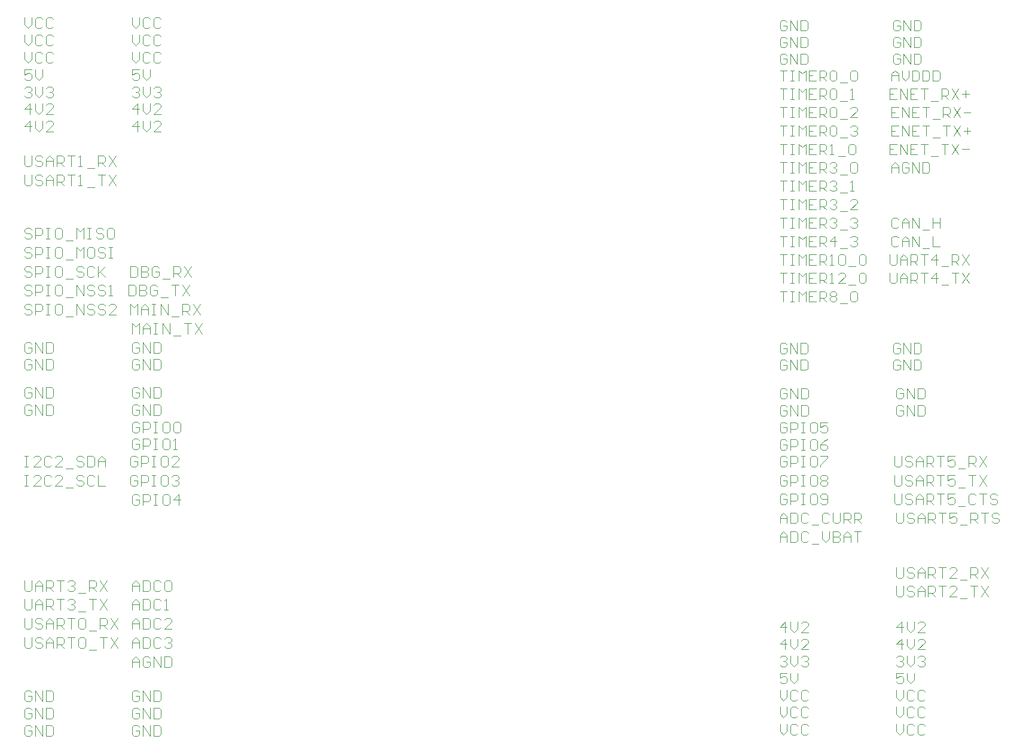
<source format=gto>
G04*
G04 #@! TF.GenerationSoftware,Altium Limited,Altium Designer,24.0.1 (36)*
G04*
G04 Layer_Color=65535*
%FSLAX44Y44*%
%MOMM*%
G71*
G04*
G04 #@! TF.SameCoordinates,0A1429B2-28BD-4406-9712-C9141F762160*
G04*
G04*
G04 #@! TF.FilePolarity,Positive*
G04*
G01*
G75*
D10*
X402540Y1285772D02*
Y1275615D01*
X407618Y1270537D01*
X412697Y1275615D01*
Y1285772D01*
X427932Y1283233D02*
X425393Y1285772D01*
X420314D01*
X417775Y1283233D01*
Y1273076D01*
X420314Y1270537D01*
X425393D01*
X427932Y1273076D01*
X443167Y1283233D02*
X440628Y1285772D01*
X435549D01*
X433010Y1283233D01*
Y1273076D01*
X435549Y1270537D01*
X440628D01*
X443167Y1273076D01*
X554891Y1285772D02*
Y1275615D01*
X559969Y1270537D01*
X565047Y1275615D01*
Y1285772D01*
X580283Y1283233D02*
X577743Y1285772D01*
X572665D01*
X570126Y1283233D01*
Y1273076D01*
X572665Y1270537D01*
X577743D01*
X580283Y1273076D01*
X595518Y1283233D02*
X592978Y1285772D01*
X587900D01*
X585361Y1283233D01*
Y1273076D01*
X587900Y1270537D01*
X592978D01*
X595518Y1273076D01*
X402540Y1261394D02*
Y1251237D01*
X407618Y1246159D01*
X412697Y1251237D01*
Y1261394D01*
X427932Y1258855D02*
X425393Y1261394D01*
X420314D01*
X417775Y1258855D01*
Y1248698D01*
X420314Y1246159D01*
X425393D01*
X427932Y1248698D01*
X443167Y1258855D02*
X440628Y1261394D01*
X435549D01*
X433010Y1258855D01*
Y1248698D01*
X435549Y1246159D01*
X440628D01*
X443167Y1248698D01*
X554891Y1261394D02*
Y1251237D01*
X559969Y1246159D01*
X565047Y1251237D01*
Y1261394D01*
X580283Y1258855D02*
X577743Y1261394D01*
X572665D01*
X570126Y1258855D01*
Y1248698D01*
X572665Y1246159D01*
X577743D01*
X580283Y1248698D01*
X595518Y1258855D02*
X592978Y1261394D01*
X587900D01*
X585361Y1258855D01*
Y1248698D01*
X587900Y1246159D01*
X592978D01*
X595518Y1248698D01*
X402540Y1237016D02*
Y1226859D01*
X407618Y1221781D01*
X412697Y1226859D01*
Y1237016D01*
X427932Y1234477D02*
X425393Y1237016D01*
X420314D01*
X417775Y1234477D01*
Y1224320D01*
X420314Y1221781D01*
X425393D01*
X427932Y1224320D01*
X443167Y1234477D02*
X440628Y1237016D01*
X435549D01*
X433010Y1234477D01*
Y1224320D01*
X435549Y1221781D01*
X440628D01*
X443167Y1224320D01*
X554891Y1237016D02*
Y1226859D01*
X559969Y1221781D01*
X565047Y1226859D01*
Y1237016D01*
X580283Y1234477D02*
X577743Y1237016D01*
X572665D01*
X570126Y1234477D01*
Y1224320D01*
X572665Y1221781D01*
X577743D01*
X580283Y1224320D01*
X595518Y1234477D02*
X592978Y1237016D01*
X587900D01*
X585361Y1234477D01*
Y1224320D01*
X587900Y1221781D01*
X592978D01*
X595518Y1224320D01*
X412697Y1212638D02*
X402540D01*
Y1205020D01*
X407618Y1207560D01*
X410158D01*
X412697Y1205020D01*
Y1199942D01*
X410158Y1197403D01*
X405079D01*
X402540Y1199942D01*
X417775Y1212638D02*
Y1202481D01*
X422853Y1197403D01*
X427932Y1202481D01*
Y1212638D01*
X565047D02*
X554891D01*
Y1205020D01*
X559969Y1207560D01*
X562508D01*
X565047Y1205020D01*
Y1199942D01*
X562508Y1197403D01*
X557430D01*
X554891Y1199942D01*
X570126Y1212638D02*
Y1202481D01*
X575204Y1197403D01*
X580283Y1202481D01*
Y1212638D01*
X402540Y1185721D02*
X405079Y1188260D01*
X410158D01*
X412697Y1185721D01*
Y1183182D01*
X410158Y1180642D01*
X407618D01*
X410158D01*
X412697Y1178103D01*
Y1175564D01*
X410158Y1173025D01*
X405079D01*
X402540Y1175564D01*
X417775Y1188260D02*
Y1178103D01*
X422853Y1173025D01*
X427932Y1178103D01*
Y1188260D01*
X433010Y1185721D02*
X435549Y1188260D01*
X440628D01*
X443167Y1185721D01*
Y1183182D01*
X440628Y1180642D01*
X438088D01*
X440628D01*
X443167Y1178103D01*
Y1175564D01*
X440628Y1173025D01*
X435549D01*
X433010Y1175564D01*
X554891Y1185721D02*
X557430Y1188260D01*
X562508D01*
X565047Y1185721D01*
Y1183182D01*
X562508Y1180642D01*
X559969D01*
X562508D01*
X565047Y1178103D01*
Y1175564D01*
X562508Y1173025D01*
X557430D01*
X554891Y1175564D01*
X570126Y1188260D02*
Y1178103D01*
X575204Y1173025D01*
X580283Y1178103D01*
Y1188260D01*
X585361Y1185721D02*
X587900Y1188260D01*
X592978D01*
X595518Y1185721D01*
Y1183182D01*
X592978Y1180642D01*
X590439D01*
X592978D01*
X595518Y1178103D01*
Y1175564D01*
X592978Y1173025D01*
X587900D01*
X585361Y1175564D01*
X410158Y1148647D02*
Y1163882D01*
X402540Y1156264D01*
X412697D01*
X417775Y1163882D02*
Y1153725D01*
X422853Y1148647D01*
X427932Y1153725D01*
Y1163882D01*
X443167Y1148647D02*
X433010D01*
X443167Y1158803D01*
Y1161342D01*
X440628Y1163882D01*
X435549D01*
X433010Y1161342D01*
X562508Y1148647D02*
Y1163882D01*
X554891Y1156264D01*
X565047D01*
X570126Y1163882D02*
Y1153725D01*
X575204Y1148647D01*
X580283Y1153725D01*
Y1163882D01*
X595518Y1148647D02*
X585361D01*
X595518Y1158803D01*
Y1161342D01*
X592978Y1163882D01*
X587900D01*
X585361Y1161342D01*
X410158Y1124269D02*
Y1139504D01*
X402540Y1131886D01*
X412697D01*
X417775Y1139504D02*
Y1129347D01*
X422853Y1124269D01*
X427932Y1129347D01*
Y1139504D01*
X443167Y1124269D02*
X433010D01*
X443167Y1134425D01*
Y1136964D01*
X440628Y1139504D01*
X435549D01*
X433010Y1136964D01*
X562508Y1124269D02*
Y1139504D01*
X554891Y1131886D01*
X565047D01*
X570126Y1139504D02*
Y1129347D01*
X575204Y1124269D01*
X580283Y1129347D01*
Y1139504D01*
X595518Y1124269D02*
X585361D01*
X595518Y1134425D01*
Y1136964D01*
X592978Y1139504D01*
X587900D01*
X585361Y1136964D01*
X402540Y1090748D02*
Y1078052D01*
X405079Y1075512D01*
X410158D01*
X412697Y1078052D01*
Y1090748D01*
X427932Y1088208D02*
X425393Y1090748D01*
X420314D01*
X417775Y1088208D01*
Y1085669D01*
X420314Y1083130D01*
X425393D01*
X427932Y1080591D01*
Y1078052D01*
X425393Y1075512D01*
X420314D01*
X417775Y1078052D01*
X433010Y1075512D02*
Y1085669D01*
X438088Y1090748D01*
X443167Y1085669D01*
Y1075512D01*
Y1083130D01*
X433010D01*
X448245Y1075512D02*
Y1090748D01*
X455863D01*
X458402Y1088208D01*
Y1083130D01*
X455863Y1080591D01*
X448245D01*
X453324D02*
X458402Y1075512D01*
X463480Y1090748D02*
X473637D01*
X468559D01*
Y1075512D01*
X478715D02*
X483794D01*
X481255D01*
Y1090748D01*
X478715Y1088208D01*
X491411Y1072973D02*
X501568D01*
X506646Y1075512D02*
Y1090748D01*
X514264D01*
X516803Y1088208D01*
Y1083130D01*
X514264Y1080591D01*
X506646D01*
X511725D02*
X516803Y1075512D01*
X521881Y1090748D02*
X532038Y1075512D01*
Y1090748D02*
X521881Y1075512D01*
X402540Y1063830D02*
Y1051134D01*
X405079Y1048595D01*
X410158D01*
X412697Y1051134D01*
Y1063830D01*
X427932Y1061291D02*
X425393Y1063830D01*
X420314D01*
X417775Y1061291D01*
Y1058752D01*
X420314Y1056213D01*
X425393D01*
X427932Y1053673D01*
Y1051134D01*
X425393Y1048595D01*
X420314D01*
X417775Y1051134D01*
X433010Y1048595D02*
Y1058752D01*
X438088Y1063830D01*
X443167Y1058752D01*
Y1048595D01*
Y1056213D01*
X433010D01*
X448245Y1048595D02*
Y1063830D01*
X455863D01*
X458402Y1061291D01*
Y1056213D01*
X455863Y1053673D01*
X448245D01*
X453324D02*
X458402Y1048595D01*
X463480Y1063830D02*
X473637D01*
X468559D01*
Y1048595D01*
X478715D02*
X483794D01*
X481255D01*
Y1063830D01*
X478715Y1061291D01*
X491411Y1046056D02*
X501568D01*
X506646Y1063830D02*
X516803D01*
X511725D01*
Y1048595D01*
X521881Y1063830D02*
X532038Y1048595D01*
Y1063830D02*
X521881Y1048595D01*
X412697Y985618D02*
X410158Y988157D01*
X405079D01*
X402540Y985618D01*
Y983078D01*
X405079Y980539D01*
X410158D01*
X412697Y978000D01*
Y975461D01*
X410158Y972922D01*
X405079D01*
X402540Y975461D01*
X417775Y972922D02*
Y988157D01*
X425393D01*
X427932Y985618D01*
Y980539D01*
X425393Y978000D01*
X417775D01*
X433010Y988157D02*
X438088D01*
X435549D01*
Y972922D01*
X433010D01*
X438088D01*
X445706Y985618D02*
X448245Y988157D01*
X453324D01*
X455863Y985618D01*
Y975461D01*
X453324Y972922D01*
X448245D01*
X445706Y975461D01*
Y985618D01*
X460941Y970383D02*
X471098D01*
X476176Y972922D02*
Y988157D01*
X481255Y983078D01*
X486333Y988157D01*
Y972922D01*
X491411Y988157D02*
X496490D01*
X493950D01*
Y972922D01*
X491411D01*
X496490D01*
X514264Y985618D02*
X511725Y988157D01*
X506646D01*
X504107Y985618D01*
Y983078D01*
X506646Y980539D01*
X511725D01*
X514264Y978000D01*
Y975461D01*
X511725Y972922D01*
X506646D01*
X504107Y975461D01*
X526960Y988157D02*
X521881D01*
X519342Y985618D01*
Y975461D01*
X521881Y972922D01*
X526960D01*
X529499Y975461D01*
Y985618D01*
X526960Y988157D01*
X412697Y958700D02*
X410158Y961239D01*
X405079D01*
X402540Y958700D01*
Y956161D01*
X405079Y953622D01*
X410158D01*
X412697Y951083D01*
Y948544D01*
X410158Y946004D01*
X405079D01*
X402540Y948544D01*
X417775Y946004D02*
Y961239D01*
X425393D01*
X427932Y958700D01*
Y953622D01*
X425393Y951083D01*
X417775D01*
X433010Y961239D02*
X438088D01*
X435549D01*
Y946004D01*
X433010D01*
X438088D01*
X445706Y958700D02*
X448245Y961239D01*
X453324D01*
X455863Y958700D01*
Y948544D01*
X453324Y946004D01*
X448245D01*
X445706Y948544D01*
Y958700D01*
X460941Y943465D02*
X471098D01*
X476176Y946004D02*
Y961239D01*
X481255Y956161D01*
X486333Y961239D01*
Y946004D01*
X499029Y961239D02*
X493950D01*
X491411Y958700D01*
Y948544D01*
X493950Y946004D01*
X499029D01*
X501568Y948544D01*
Y958700D01*
X499029Y961239D01*
X516803Y958700D02*
X514264Y961239D01*
X509185D01*
X506646Y958700D01*
Y956161D01*
X509185Y953622D01*
X514264D01*
X516803Y951083D01*
Y948544D01*
X514264Y946004D01*
X509185D01*
X506646Y948544D01*
X521881Y961239D02*
X526960D01*
X524421D01*
Y946004D01*
X521881D01*
X526960D01*
X412697Y931783D02*
X410158Y934322D01*
X405079D01*
X402540Y931783D01*
Y929244D01*
X405079Y926705D01*
X410158D01*
X412697Y924165D01*
Y921626D01*
X410158Y919087D01*
X405079D01*
X402540Y921626D01*
X417775Y919087D02*
Y934322D01*
X425393D01*
X427932Y931783D01*
Y926705D01*
X425393Y924165D01*
X417775D01*
X433010Y934322D02*
X438088D01*
X435549D01*
Y919087D01*
X433010D01*
X438088D01*
X445706Y931783D02*
X448245Y934322D01*
X453324D01*
X455863Y931783D01*
Y921626D01*
X453324Y919087D01*
X448245D01*
X445706Y921626D01*
Y931783D01*
X460941Y916548D02*
X471098D01*
X486333Y931783D02*
X483794Y934322D01*
X478715D01*
X476176Y931783D01*
Y929244D01*
X478715Y926705D01*
X483794D01*
X486333Y924165D01*
Y921626D01*
X483794Y919087D01*
X478715D01*
X476176Y921626D01*
X501568Y931783D02*
X499029Y934322D01*
X493950D01*
X491411Y931783D01*
Y921626D01*
X493950Y919087D01*
X499029D01*
X501568Y921626D01*
X506646Y934322D02*
Y919087D01*
Y924165D01*
X516803Y934322D01*
X509185Y926705D01*
X516803Y919087D01*
X552351Y934322D02*
Y919087D01*
X559969D01*
X562508Y921626D01*
Y931783D01*
X559969Y934322D01*
X552351D01*
X567587D02*
Y919087D01*
X575204D01*
X577743Y921626D01*
Y924165D01*
X575204Y926705D01*
X567587D01*
X575204D01*
X577743Y929244D01*
Y931783D01*
X575204Y934322D01*
X567587D01*
X592978Y931783D02*
X590439Y934322D01*
X585361D01*
X582822Y931783D01*
Y921626D01*
X585361Y919087D01*
X590439D01*
X592978Y921626D01*
Y926705D01*
X587900D01*
X598057Y916548D02*
X608214D01*
X613292Y919087D02*
Y934322D01*
X620909D01*
X623448Y931783D01*
Y926705D01*
X620909Y924165D01*
X613292D01*
X618370D02*
X623448Y919087D01*
X628527Y934322D02*
X638684Y919087D01*
Y934322D02*
X628527Y919087D01*
X412697Y904866D02*
X410158Y907405D01*
X405079D01*
X402540Y904866D01*
Y902327D01*
X405079Y899787D01*
X410158D01*
X412697Y897248D01*
Y894709D01*
X410158Y892170D01*
X405079D01*
X402540Y894709D01*
X417775Y892170D02*
Y907405D01*
X425393D01*
X427932Y904866D01*
Y899787D01*
X425393Y897248D01*
X417775D01*
X433010Y907405D02*
X438088D01*
X435549D01*
Y892170D01*
X433010D01*
X438088D01*
X445706Y904866D02*
X448245Y907405D01*
X453324D01*
X455863Y904866D01*
Y894709D01*
X453324Y892170D01*
X448245D01*
X445706Y894709D01*
Y904866D01*
X460941Y889631D02*
X471098D01*
X476176Y892170D02*
Y907405D01*
X486333Y892170D01*
Y907405D01*
X501568Y904866D02*
X499029Y907405D01*
X493950D01*
X491411Y904866D01*
Y902327D01*
X493950Y899787D01*
X499029D01*
X501568Y897248D01*
Y894709D01*
X499029Y892170D01*
X493950D01*
X491411Y894709D01*
X516803Y904866D02*
X514264Y907405D01*
X509185D01*
X506646Y904866D01*
Y902327D01*
X509185Y899787D01*
X514264D01*
X516803Y897248D01*
Y894709D01*
X514264Y892170D01*
X509185D01*
X506646Y894709D01*
X521881Y892170D02*
X526960D01*
X524421D01*
Y907405D01*
X521881Y904866D01*
X549812Y907405D02*
Y892170D01*
X557430D01*
X559969Y894709D01*
Y904866D01*
X557430Y907405D01*
X549812D01*
X565047D02*
Y892170D01*
X572665D01*
X575204Y894709D01*
Y897248D01*
X572665Y899787D01*
X565047D01*
X572665D01*
X575204Y902327D01*
Y904866D01*
X572665Y907405D01*
X565047D01*
X590439Y904866D02*
X587900Y907405D01*
X582822D01*
X580283Y904866D01*
Y894709D01*
X582822Y892170D01*
X587900D01*
X590439Y894709D01*
Y899787D01*
X585361D01*
X595518Y889631D02*
X605674D01*
X610753Y907405D02*
X620909D01*
X615831D01*
Y892170D01*
X625988Y907405D02*
X636144Y892170D01*
Y907405D02*
X625988Y892170D01*
X412697Y877949D02*
X410158Y880488D01*
X405079D01*
X402540Y877949D01*
Y875409D01*
X405079Y872870D01*
X410158D01*
X412697Y870331D01*
Y867792D01*
X410158Y865253D01*
X405079D01*
X402540Y867792D01*
X417775Y865253D02*
Y880488D01*
X425393D01*
X427932Y877949D01*
Y872870D01*
X425393Y870331D01*
X417775D01*
X433010Y880488D02*
X438088D01*
X435549D01*
Y865253D01*
X433010D01*
X438088D01*
X445706Y877949D02*
X448245Y880488D01*
X453324D01*
X455863Y877949D01*
Y867792D01*
X453324Y865253D01*
X448245D01*
X445706Y867792D01*
Y877949D01*
X460941Y862713D02*
X471098D01*
X476176Y865253D02*
Y880488D01*
X486333Y865253D01*
Y880488D01*
X501568Y877949D02*
X499029Y880488D01*
X493950D01*
X491411Y877949D01*
Y875409D01*
X493950Y872870D01*
X499029D01*
X501568Y870331D01*
Y867792D01*
X499029Y865253D01*
X493950D01*
X491411Y867792D01*
X516803Y877949D02*
X514264Y880488D01*
X509185D01*
X506646Y877949D01*
Y875409D01*
X509185Y872870D01*
X514264D01*
X516803Y870331D01*
Y867792D01*
X514264Y865253D01*
X509185D01*
X506646Y867792D01*
X532038Y865253D02*
X521881D01*
X532038Y875409D01*
Y877949D01*
X529499Y880488D01*
X524421D01*
X521881Y877949D01*
X552351Y865253D02*
Y880488D01*
X557430Y875409D01*
X562508Y880488D01*
Y865253D01*
X567587D02*
Y875409D01*
X572665Y880488D01*
X577743Y875409D01*
Y865253D01*
Y872870D01*
X567587D01*
X582822Y880488D02*
X587900D01*
X585361D01*
Y865253D01*
X582822D01*
X587900D01*
X595518D02*
Y880488D01*
X605674Y865253D01*
Y880488D01*
X610753Y862713D02*
X620909D01*
X625988Y865253D02*
Y880488D01*
X633605D01*
X636144Y877949D01*
Y872870D01*
X633605Y870331D01*
X625988D01*
X631066D02*
X636144Y865253D01*
X641223Y880488D02*
X651379Y865253D01*
Y880488D02*
X641223Y865253D01*
X554891Y838335D02*
Y853570D01*
X559969Y848492D01*
X565047Y853570D01*
Y838335D01*
X570126D02*
Y848492D01*
X575204Y853570D01*
X580283Y848492D01*
Y838335D01*
Y845953D01*
X570126D01*
X585361Y853570D02*
X590439D01*
X587900D01*
Y838335D01*
X585361D01*
X590439D01*
X598057D02*
Y853570D01*
X608214Y838335D01*
Y853570D01*
X613292Y835796D02*
X623448D01*
X628527Y853570D02*
X638684D01*
X633605D01*
Y838335D01*
X643762Y853570D02*
X653919Y838335D01*
Y853570D02*
X643762Y838335D01*
X412697Y824114D02*
X410158Y826653D01*
X405079D01*
X402540Y824114D01*
Y813957D01*
X405079Y811418D01*
X410158D01*
X412697Y813957D01*
Y819036D01*
X407618D01*
X417775Y811418D02*
Y826653D01*
X427932Y811418D01*
Y826653D01*
X433010D02*
Y811418D01*
X440628D01*
X443167Y813957D01*
Y824114D01*
X440628Y826653D01*
X433010D01*
X565047Y824114D02*
X562508Y826653D01*
X557430D01*
X554891Y824114D01*
Y813957D01*
X557430Y811418D01*
X562508D01*
X565047Y813957D01*
Y819036D01*
X559969D01*
X570126Y811418D02*
Y826653D01*
X580283Y811418D01*
Y826653D01*
X585361D02*
Y811418D01*
X592978D01*
X595518Y813957D01*
Y824114D01*
X592978Y826653D01*
X585361D01*
X412697Y799736D02*
X410158Y802275D01*
X405079D01*
X402540Y799736D01*
Y789579D01*
X405079Y787040D01*
X410158D01*
X412697Y789579D01*
Y794658D01*
X407618D01*
X417775Y787040D02*
Y802275D01*
X427932Y787040D01*
Y802275D01*
X433010D02*
Y787040D01*
X440628D01*
X443167Y789579D01*
Y799736D01*
X440628Y802275D01*
X433010D01*
X565047Y799736D02*
X562508Y802275D01*
X557430D01*
X554891Y799736D01*
Y789579D01*
X557430Y787040D01*
X562508D01*
X565047Y789579D01*
Y794658D01*
X559969D01*
X570126Y787040D02*
Y802275D01*
X580283Y787040D01*
Y802275D01*
X585361D02*
Y787040D01*
X592978D01*
X595518Y789579D01*
Y799736D01*
X592978Y802275D01*
X585361D01*
X1482537Y758994D02*
X1480038Y761493D01*
X1475039D01*
X1472540Y758994D01*
Y748997D01*
X1475039Y746498D01*
X1480038D01*
X1482537Y748997D01*
Y753995D01*
X1477538D01*
X1487535Y746498D02*
Y761493D01*
X1497532Y746498D01*
Y761493D01*
X1502530D02*
Y746498D01*
X1510028D01*
X1512527Y748997D01*
Y758994D01*
X1510028Y761493D01*
X1502530D01*
X1647483Y758994D02*
X1644984Y761493D01*
X1639986D01*
X1637487Y758994D01*
Y748997D01*
X1639986Y746498D01*
X1644984D01*
X1647483Y748997D01*
Y753995D01*
X1642485D01*
X1652482Y746498D02*
Y761493D01*
X1662478Y746498D01*
Y761493D01*
X1667477D02*
Y746498D01*
X1674975D01*
X1677474Y748997D01*
Y758994D01*
X1674975Y761493D01*
X1667477D01*
X1482537Y734903D02*
X1480038Y737402D01*
X1475039D01*
X1472540Y734903D01*
Y724907D01*
X1475039Y722407D01*
X1480038D01*
X1482537Y724907D01*
Y729905D01*
X1477538D01*
X1487535Y722407D02*
Y737402D01*
X1497532Y722407D01*
Y737402D01*
X1502530D02*
Y722407D01*
X1510028D01*
X1512527Y724907D01*
Y734903D01*
X1510028Y737402D01*
X1502530D01*
X1647483Y734903D02*
X1644984Y737402D01*
X1639986D01*
X1637487Y734903D01*
Y724907D01*
X1639986Y722407D01*
X1644984D01*
X1647483Y724907D01*
Y729905D01*
X1642485D01*
X1652482Y722407D02*
Y737402D01*
X1662478Y722407D01*
Y737402D01*
X1667477D02*
Y722407D01*
X1674975D01*
X1677474Y724907D01*
Y734903D01*
X1674975Y737402D01*
X1667477D01*
X1482537Y710813D02*
X1480038Y713312D01*
X1475039D01*
X1472540Y710813D01*
Y700816D01*
X1475039Y698317D01*
X1480038D01*
X1482537Y700816D01*
Y705815D01*
X1477538D01*
X1487535Y698317D02*
Y713312D01*
X1495033D01*
X1497532Y710813D01*
Y705815D01*
X1495033Y703316D01*
X1487535D01*
X1502530Y713312D02*
X1507529D01*
X1505029D01*
Y698317D01*
X1502530D01*
X1507529D01*
X1522524Y713312D02*
X1517525D01*
X1515026Y710813D01*
Y700816D01*
X1517525Y698317D01*
X1522524D01*
X1525023Y700816D01*
Y710813D01*
X1522524Y713312D01*
X1540018D02*
X1530021D01*
Y705815D01*
X1535020Y708314D01*
X1537519D01*
X1540018Y705815D01*
Y700816D01*
X1537519Y698317D01*
X1532521D01*
X1530021Y700816D01*
X1482537Y686723D02*
X1480038Y689222D01*
X1475039D01*
X1472540Y686723D01*
Y676726D01*
X1475039Y674227D01*
X1480038D01*
X1482537Y676726D01*
Y681725D01*
X1477538D01*
X1487535Y674227D02*
Y689222D01*
X1495033D01*
X1497532Y686723D01*
Y681725D01*
X1495033Y679225D01*
X1487535D01*
X1502530Y689222D02*
X1507529D01*
X1505029D01*
Y674227D01*
X1502530D01*
X1507529D01*
X1522524Y689222D02*
X1517525D01*
X1515026Y686723D01*
Y676726D01*
X1517525Y674227D01*
X1522524D01*
X1525023Y676726D01*
Y686723D01*
X1522524Y689222D01*
X1540018D02*
X1535020Y686723D01*
X1530021Y681725D01*
Y676726D01*
X1532521Y674227D01*
X1537519D01*
X1540018Y676726D01*
Y679225D01*
X1537519Y681725D01*
X1530021D01*
X1482537Y662633D02*
X1480038Y665132D01*
X1475039D01*
X1472540Y662633D01*
Y652636D01*
X1475039Y650137D01*
X1480038D01*
X1482537Y652636D01*
Y657634D01*
X1477538D01*
X1487535Y650137D02*
Y665132D01*
X1495033D01*
X1497532Y662633D01*
Y657634D01*
X1495033Y655135D01*
X1487535D01*
X1502530Y665132D02*
X1507529D01*
X1505029D01*
Y650137D01*
X1502530D01*
X1507529D01*
X1522524Y665132D02*
X1517525D01*
X1515026Y662633D01*
Y652636D01*
X1517525Y650137D01*
X1522524D01*
X1525023Y652636D01*
Y662633D01*
X1522524Y665132D01*
X1530021D02*
X1540018D01*
Y662633D01*
X1530021Y652636D01*
Y650137D01*
X1634987Y665132D02*
Y652636D01*
X1637487Y650137D01*
X1642485D01*
X1644984Y652636D01*
Y665132D01*
X1659979Y662633D02*
X1657480Y665132D01*
X1652482D01*
X1649983Y662633D01*
Y660134D01*
X1652482Y657634D01*
X1657480D01*
X1659979Y655135D01*
Y652636D01*
X1657480Y650137D01*
X1652482D01*
X1649983Y652636D01*
X1664978Y650137D02*
Y660134D01*
X1669976Y665132D01*
X1674975Y660134D01*
Y650137D01*
Y657634D01*
X1664978D01*
X1679973Y650137D02*
Y665132D01*
X1687470D01*
X1689970Y662633D01*
Y657634D01*
X1687470Y655135D01*
X1679973D01*
X1684971D02*
X1689970Y650137D01*
X1694968Y665132D02*
X1704965D01*
X1699966D01*
Y650137D01*
X1719960Y665132D02*
X1709963D01*
Y657634D01*
X1714962Y660134D01*
X1717461D01*
X1719960Y657634D01*
Y652636D01*
X1717461Y650137D01*
X1712462D01*
X1709963Y652636D01*
X1724958Y647638D02*
X1734955D01*
X1739953Y650137D02*
Y665132D01*
X1747451D01*
X1749950Y662633D01*
Y657634D01*
X1747451Y655135D01*
X1739953D01*
X1744952D02*
X1749950Y650137D01*
X1754949Y665132D02*
X1764945Y650137D01*
Y665132D02*
X1754949Y650137D01*
X1482537Y636044D02*
X1480038Y638543D01*
X1475039D01*
X1472540Y636044D01*
Y626047D01*
X1475039Y623548D01*
X1480038D01*
X1482537Y626047D01*
Y631045D01*
X1477538D01*
X1487535Y623548D02*
Y638543D01*
X1495033D01*
X1497532Y636044D01*
Y631045D01*
X1495033Y628546D01*
X1487535D01*
X1502530Y638543D02*
X1507529D01*
X1505029D01*
Y623548D01*
X1502530D01*
X1507529D01*
X1522524Y638543D02*
X1517525D01*
X1515026Y636044D01*
Y626047D01*
X1517525Y623548D01*
X1522524D01*
X1525023Y626047D01*
Y636044D01*
X1522524Y638543D01*
X1530021Y636044D02*
X1532521Y638543D01*
X1537519D01*
X1540018Y636044D01*
Y633544D01*
X1537519Y631045D01*
X1540018Y628546D01*
Y626047D01*
X1537519Y623548D01*
X1532521D01*
X1530021Y626047D01*
Y628546D01*
X1532521Y631045D01*
X1530021Y633544D01*
Y636044D01*
X1532521Y631045D02*
X1537519D01*
X1634987Y638543D02*
Y626047D01*
X1637487Y623548D01*
X1642485D01*
X1644984Y626047D01*
Y638543D01*
X1659979Y636044D02*
X1657480Y638543D01*
X1652482D01*
X1649983Y636044D01*
Y633544D01*
X1652482Y631045D01*
X1657480D01*
X1659979Y628546D01*
Y626047D01*
X1657480Y623548D01*
X1652482D01*
X1649983Y626047D01*
X1664978Y623548D02*
Y633544D01*
X1669976Y638543D01*
X1674975Y633544D01*
Y623548D01*
Y631045D01*
X1664978D01*
X1679973Y623548D02*
Y638543D01*
X1687470D01*
X1689970Y636044D01*
Y631045D01*
X1687470Y628546D01*
X1679973D01*
X1684971D02*
X1689970Y623548D01*
X1694968Y638543D02*
X1704965D01*
X1699966D01*
Y623548D01*
X1719960Y638543D02*
X1709963D01*
Y631045D01*
X1714962Y633544D01*
X1717461D01*
X1719960Y631045D01*
Y626047D01*
X1717461Y623548D01*
X1712462D01*
X1709963Y626047D01*
X1724958Y621048D02*
X1734955D01*
X1739953Y638543D02*
X1749950D01*
X1744952D01*
Y623548D01*
X1754949Y638543D02*
X1764945Y623548D01*
Y638543D02*
X1754949Y623548D01*
X1482537Y609454D02*
X1480038Y611953D01*
X1475039D01*
X1472540Y609454D01*
Y599457D01*
X1475039Y596958D01*
X1480038D01*
X1482537Y599457D01*
Y604456D01*
X1477538D01*
X1487535Y596958D02*
Y611953D01*
X1495033D01*
X1497532Y609454D01*
Y604456D01*
X1495033Y601957D01*
X1487535D01*
X1502530Y611953D02*
X1507529D01*
X1505029D01*
Y596958D01*
X1502530D01*
X1507529D01*
X1522524Y611953D02*
X1517525D01*
X1515026Y609454D01*
Y599457D01*
X1517525Y596958D01*
X1522524D01*
X1525023Y599457D01*
Y609454D01*
X1522524Y611953D01*
X1530021Y599457D02*
X1532521Y596958D01*
X1537519D01*
X1540018Y599457D01*
Y609454D01*
X1537519Y611953D01*
X1532521D01*
X1530021Y609454D01*
Y606955D01*
X1532521Y604456D01*
X1540018D01*
X1634987Y611953D02*
Y599457D01*
X1637487Y596958D01*
X1642485D01*
X1644984Y599457D01*
Y611953D01*
X1659979Y609454D02*
X1657480Y611953D01*
X1652482D01*
X1649983Y609454D01*
Y606955D01*
X1652482Y604456D01*
X1657480D01*
X1659979Y601957D01*
Y599457D01*
X1657480Y596958D01*
X1652482D01*
X1649983Y599457D01*
X1664978Y596958D02*
Y606955D01*
X1669976Y611953D01*
X1674975Y606955D01*
Y596958D01*
Y604456D01*
X1664978D01*
X1679973Y596958D02*
Y611953D01*
X1687470D01*
X1689970Y609454D01*
Y604456D01*
X1687470Y601957D01*
X1679973D01*
X1684971D02*
X1689970Y596958D01*
X1694968Y611953D02*
X1704965D01*
X1699966D01*
Y596958D01*
X1719960Y611953D02*
X1709963D01*
Y604456D01*
X1714962Y606955D01*
X1717461D01*
X1719960Y604456D01*
Y599457D01*
X1717461Y596958D01*
X1712462D01*
X1709963Y599457D01*
X1724958Y594459D02*
X1734955D01*
X1749950Y609454D02*
X1747451Y611953D01*
X1742453D01*
X1739953Y609454D01*
Y599457D01*
X1742453Y596958D01*
X1747451D01*
X1749950Y599457D01*
X1754949Y611953D02*
X1764945D01*
X1759947D01*
Y596958D01*
X1779940Y609454D02*
X1777441Y611953D01*
X1772443D01*
X1769944Y609454D01*
Y606955D01*
X1772443Y604456D01*
X1777441D01*
X1779940Y601957D01*
Y599457D01*
X1777441Y596958D01*
X1772443D01*
X1769944Y599457D01*
X1472540Y570369D02*
Y580366D01*
X1477538Y585364D01*
X1482537Y580366D01*
Y570369D01*
Y577866D01*
X1472540D01*
X1487535Y585364D02*
Y570369D01*
X1495033D01*
X1497532Y572868D01*
Y582865D01*
X1495033Y585364D01*
X1487535D01*
X1512527Y582865D02*
X1510028Y585364D01*
X1505029D01*
X1502530Y582865D01*
Y572868D01*
X1505029Y570369D01*
X1510028D01*
X1512527Y572868D01*
X1517525Y567870D02*
X1527522D01*
X1542517Y582865D02*
X1540018Y585364D01*
X1535020D01*
X1532521Y582865D01*
Y572868D01*
X1535020Y570369D01*
X1540018D01*
X1542517Y572868D01*
X1547516Y585364D02*
Y572868D01*
X1550015Y570369D01*
X1555013D01*
X1557513Y572868D01*
Y585364D01*
X1562511Y570369D02*
Y585364D01*
X1570008D01*
X1572508Y582865D01*
Y577866D01*
X1570008Y575367D01*
X1562511D01*
X1567509D02*
X1572508Y570369D01*
X1577506D02*
Y585364D01*
X1585004D01*
X1587503Y582865D01*
Y577866D01*
X1585004Y575367D01*
X1577506D01*
X1582504D02*
X1587503Y570369D01*
X1637487Y585364D02*
Y572868D01*
X1639986Y570369D01*
X1644984D01*
X1647483Y572868D01*
Y585364D01*
X1662478Y582865D02*
X1659979Y585364D01*
X1654981D01*
X1652482Y582865D01*
Y580366D01*
X1654981Y577866D01*
X1659979D01*
X1662478Y575367D01*
Y572868D01*
X1659979Y570369D01*
X1654981D01*
X1652482Y572868D01*
X1667477Y570369D02*
Y580366D01*
X1672475Y585364D01*
X1677474Y580366D01*
Y570369D01*
Y577866D01*
X1667477D01*
X1682472Y570369D02*
Y585364D01*
X1689970D01*
X1692469Y582865D01*
Y577866D01*
X1689970Y575367D01*
X1682472D01*
X1687470D02*
X1692469Y570369D01*
X1697467Y585364D02*
X1707464D01*
X1702466D01*
Y570369D01*
X1722459Y585364D02*
X1712462D01*
Y577866D01*
X1717461Y580366D01*
X1719960D01*
X1722459Y577866D01*
Y572868D01*
X1719960Y570369D01*
X1714962D01*
X1712462Y572868D01*
X1727457Y567870D02*
X1737454D01*
X1742453Y570369D02*
Y585364D01*
X1749950D01*
X1752449Y582865D01*
Y577866D01*
X1749950Y575367D01*
X1742453D01*
X1747451D02*
X1752449Y570369D01*
X1757448Y585364D02*
X1767444D01*
X1762446D01*
Y570369D01*
X1782440Y582865D02*
X1779940Y585364D01*
X1774942D01*
X1772443Y582865D01*
Y580366D01*
X1774942Y577866D01*
X1779940D01*
X1782440Y575367D01*
Y572868D01*
X1779940Y570369D01*
X1774942D01*
X1772443Y572868D01*
X1472540Y543779D02*
Y553776D01*
X1477538Y558775D01*
X1482537Y553776D01*
Y543779D01*
Y551277D01*
X1472540D01*
X1487535Y558775D02*
Y543779D01*
X1495033D01*
X1497532Y546279D01*
Y556275D01*
X1495033Y558775D01*
X1487535D01*
X1512527Y556275D02*
X1510028Y558775D01*
X1505029D01*
X1502530Y556275D01*
Y546279D01*
X1505029Y543779D01*
X1510028D01*
X1512527Y546279D01*
X1517525Y541280D02*
X1527522D01*
X1532521Y558775D02*
Y548778D01*
X1537519Y543779D01*
X1542517Y548778D01*
Y558775D01*
X1547516D02*
Y543779D01*
X1555013D01*
X1557513Y546279D01*
Y548778D01*
X1555013Y551277D01*
X1547516D01*
X1555013D01*
X1557513Y553776D01*
Y556275D01*
X1555013Y558775D01*
X1547516D01*
X1562511Y543779D02*
Y553776D01*
X1567509Y558775D01*
X1572508Y553776D01*
Y543779D01*
Y551277D01*
X1562511D01*
X1577506Y558775D02*
X1587503D01*
X1582504D01*
Y543779D01*
X1637487Y508095D02*
Y495599D01*
X1639986Y493100D01*
X1644984D01*
X1647483Y495599D01*
Y508095D01*
X1662478Y505596D02*
X1659979Y508095D01*
X1654981D01*
X1652482Y505596D01*
Y503097D01*
X1654981Y500597D01*
X1659979D01*
X1662478Y498098D01*
Y495599D01*
X1659979Y493100D01*
X1654981D01*
X1652482Y495599D01*
X1667477Y493100D02*
Y503097D01*
X1672475Y508095D01*
X1677474Y503097D01*
Y493100D01*
Y500597D01*
X1667477D01*
X1682472Y493100D02*
Y508095D01*
X1689970D01*
X1692469Y505596D01*
Y500597D01*
X1689970Y498098D01*
X1682472D01*
X1687470D02*
X1692469Y493100D01*
X1697467Y508095D02*
X1707464D01*
X1702466D01*
Y493100D01*
X1722459D02*
X1712462D01*
X1722459Y503097D01*
Y505596D01*
X1719960Y508095D01*
X1714962D01*
X1712462Y505596D01*
X1727457Y490601D02*
X1737454D01*
X1742453Y493100D02*
Y508095D01*
X1749950D01*
X1752449Y505596D01*
Y500597D01*
X1749950Y498098D01*
X1742453D01*
X1747451D02*
X1752449Y493100D01*
X1757448Y508095D02*
X1767444Y493100D01*
Y508095D02*
X1757448Y493100D01*
X1637487Y481506D02*
Y469010D01*
X1639986Y466511D01*
X1644984D01*
X1647483Y469010D01*
Y481506D01*
X1662478Y479007D02*
X1659979Y481506D01*
X1654981D01*
X1652482Y479007D01*
Y476507D01*
X1654981Y474008D01*
X1659979D01*
X1662478Y471509D01*
Y469010D01*
X1659979Y466511D01*
X1654981D01*
X1652482Y469010D01*
X1667477Y466511D02*
Y476507D01*
X1672475Y481506D01*
X1677474Y476507D01*
Y466511D01*
Y474008D01*
X1667477D01*
X1682472Y466511D02*
Y481506D01*
X1689970D01*
X1692469Y479007D01*
Y474008D01*
X1689970Y471509D01*
X1682472D01*
X1687470D02*
X1692469Y466511D01*
X1697467Y481506D02*
X1707464D01*
X1702466D01*
Y466511D01*
X1722459D02*
X1712462D01*
X1722459Y476507D01*
Y479007D01*
X1719960Y481506D01*
X1714962D01*
X1712462Y479007D01*
X1727457Y464011D02*
X1737454D01*
X1742453Y481506D02*
X1752449D01*
X1747451D01*
Y466511D01*
X1757448Y481506D02*
X1767444Y466511D01*
Y481506D02*
X1757448Y466511D01*
X1480038Y415831D02*
Y430826D01*
X1472540Y423329D01*
X1482537D01*
X1487535Y430826D02*
Y420829D01*
X1492534Y415831D01*
X1497532Y420829D01*
Y430826D01*
X1512527Y415831D02*
X1502530D01*
X1512527Y425828D01*
Y428327D01*
X1510028Y430826D01*
X1505029D01*
X1502530Y428327D01*
X1644984Y415831D02*
Y430826D01*
X1637487Y423329D01*
X1647483D01*
X1652482Y430826D02*
Y420829D01*
X1657480Y415831D01*
X1662478Y420829D01*
Y430826D01*
X1677474Y415831D02*
X1667477D01*
X1677474Y425828D01*
Y428327D01*
X1674975Y430826D01*
X1669976D01*
X1667477Y428327D01*
X1480038Y391741D02*
Y406736D01*
X1472540Y399238D01*
X1482537D01*
X1487535Y406736D02*
Y396739D01*
X1492534Y391741D01*
X1497532Y396739D01*
Y406736D01*
X1512527Y391741D02*
X1502530D01*
X1512527Y401738D01*
Y404237D01*
X1510028Y406736D01*
X1505029D01*
X1502530Y404237D01*
X1644984Y391741D02*
Y406736D01*
X1637487Y399238D01*
X1647483D01*
X1652482Y406736D02*
Y396739D01*
X1657480Y391741D01*
X1662478Y396739D01*
Y406736D01*
X1677474Y391741D02*
X1667477D01*
X1677474Y401738D01*
Y404237D01*
X1674975Y406736D01*
X1669976D01*
X1667477Y404237D01*
X1472540Y380147D02*
X1475039Y382646D01*
X1480038D01*
X1482537Y380147D01*
Y377648D01*
X1480038Y375148D01*
X1477538D01*
X1480038D01*
X1482537Y372649D01*
Y370150D01*
X1480038Y367651D01*
X1475039D01*
X1472540Y370150D01*
X1487535Y382646D02*
Y372649D01*
X1492534Y367651D01*
X1497532Y372649D01*
Y382646D01*
X1502530Y380147D02*
X1505029Y382646D01*
X1510028D01*
X1512527Y380147D01*
Y377648D01*
X1510028Y375148D01*
X1507529D01*
X1510028D01*
X1512527Y372649D01*
Y370150D01*
X1510028Y367651D01*
X1505029D01*
X1502530Y370150D01*
X1637487Y380147D02*
X1639986Y382646D01*
X1644984D01*
X1647483Y380147D01*
Y377648D01*
X1644984Y375148D01*
X1642485D01*
X1644984D01*
X1647483Y372649D01*
Y370150D01*
X1644984Y367651D01*
X1639986D01*
X1637487Y370150D01*
X1652482Y382646D02*
Y372649D01*
X1657480Y367651D01*
X1662478Y372649D01*
Y382646D01*
X1667477Y380147D02*
X1669976Y382646D01*
X1674975D01*
X1677474Y380147D01*
Y377648D01*
X1674975Y375148D01*
X1672475D01*
X1674975D01*
X1677474Y372649D01*
Y370150D01*
X1674975Y367651D01*
X1669976D01*
X1667477Y370150D01*
X1482537Y358556D02*
X1472540D01*
Y351058D01*
X1477538Y353557D01*
X1480038D01*
X1482537Y351058D01*
Y346060D01*
X1480038Y343560D01*
X1475039D01*
X1472540Y346060D01*
X1487535Y358556D02*
Y348559D01*
X1492534Y343560D01*
X1497532Y348559D01*
Y358556D01*
X1647483D02*
X1637487D01*
Y351058D01*
X1642485Y353557D01*
X1644984D01*
X1647483Y351058D01*
Y346060D01*
X1644984Y343560D01*
X1639986D01*
X1637487Y346060D01*
X1652482Y358556D02*
Y348559D01*
X1657480Y343560D01*
X1662478Y348559D01*
Y358556D01*
X1472540Y334465D02*
Y324469D01*
X1477538Y319470D01*
X1482537Y324469D01*
Y334465D01*
X1497532Y331966D02*
X1495033Y334465D01*
X1490034D01*
X1487535Y331966D01*
Y321969D01*
X1490034Y319470D01*
X1495033D01*
X1497532Y321969D01*
X1512527Y331966D02*
X1510028Y334465D01*
X1505029D01*
X1502530Y331966D01*
Y321969D01*
X1505029Y319470D01*
X1510028D01*
X1512527Y321969D01*
X1637487Y334465D02*
Y324469D01*
X1642485Y319470D01*
X1647483Y324469D01*
Y334465D01*
X1662478Y331966D02*
X1659979Y334465D01*
X1654981D01*
X1652482Y331966D01*
Y321969D01*
X1654981Y319470D01*
X1659979D01*
X1662478Y321969D01*
X1677474Y331966D02*
X1674975Y334465D01*
X1669976D01*
X1667477Y331966D01*
Y321969D01*
X1669976Y319470D01*
X1674975D01*
X1677474Y321969D01*
X1472540Y310375D02*
Y300379D01*
X1477538Y295380D01*
X1482537Y300379D01*
Y310375D01*
X1497532Y307876D02*
X1495033Y310375D01*
X1490034D01*
X1487535Y307876D01*
Y297879D01*
X1490034Y295380D01*
X1495033D01*
X1497532Y297879D01*
X1512527Y307876D02*
X1510028Y310375D01*
X1505029D01*
X1502530Y307876D01*
Y297879D01*
X1505029Y295380D01*
X1510028D01*
X1512527Y297879D01*
X1637487Y310375D02*
Y300379D01*
X1642485Y295380D01*
X1647483Y300379D01*
Y310375D01*
X1662478Y307876D02*
X1659979Y310375D01*
X1654981D01*
X1652482Y307876D01*
Y297879D01*
X1654981Y295380D01*
X1659979D01*
X1662478Y297879D01*
X1677474Y307876D02*
X1674975Y310375D01*
X1669976D01*
X1667477Y307876D01*
Y297879D01*
X1669976Y295380D01*
X1674975D01*
X1677474Y297879D01*
X1472540Y286285D02*
Y276288D01*
X1477538Y271290D01*
X1482537Y276288D01*
Y286285D01*
X1497532Y283786D02*
X1495033Y286285D01*
X1490034D01*
X1487535Y283786D01*
Y273789D01*
X1490034Y271290D01*
X1495033D01*
X1497532Y273789D01*
X1512527Y283786D02*
X1510028Y286285D01*
X1505029D01*
X1502530Y283786D01*
Y273789D01*
X1505029Y271290D01*
X1510028D01*
X1512527Y273789D01*
X1637487Y286285D02*
Y276288D01*
X1642485Y271290D01*
X1647483Y276288D01*
Y286285D01*
X1662478Y283786D02*
X1659979Y286285D01*
X1654981D01*
X1652482Y283786D01*
Y273789D01*
X1654981Y271290D01*
X1659979D01*
X1662478Y273789D01*
X1677474Y283786D02*
X1674975Y286285D01*
X1669976D01*
X1667477Y283786D01*
Y273789D01*
X1669976Y271290D01*
X1674975D01*
X1677474Y273789D01*
X1482270Y1279422D02*
X1479838Y1281855D01*
X1474973D01*
X1472540Y1279422D01*
Y1269692D01*
X1474973Y1267259D01*
X1479838D01*
X1482270Y1269692D01*
Y1274557D01*
X1477405D01*
X1487135Y1267259D02*
Y1281855D01*
X1496866Y1267259D01*
Y1281855D01*
X1501731D02*
Y1267259D01*
X1509028D01*
X1511461Y1269692D01*
Y1279422D01*
X1509028Y1281855D01*
X1501731D01*
X1642818Y1279422D02*
X1640386Y1281855D01*
X1635521D01*
X1633088Y1279422D01*
Y1269692D01*
X1635521Y1267259D01*
X1640386D01*
X1642818Y1269692D01*
Y1274557D01*
X1637953D01*
X1647683Y1267259D02*
Y1281855D01*
X1657413Y1267259D01*
Y1281855D01*
X1662278D02*
Y1267259D01*
X1669576D01*
X1672009Y1269692D01*
Y1279422D01*
X1669576Y1281855D01*
X1662278D01*
X1482270Y1255812D02*
X1479838Y1258244D01*
X1474973D01*
X1472540Y1255812D01*
Y1246081D01*
X1474973Y1243649D01*
X1479838D01*
X1482270Y1246081D01*
Y1250947D01*
X1477405D01*
X1487135Y1243649D02*
Y1258244D01*
X1496866Y1243649D01*
Y1258244D01*
X1501731D02*
Y1243649D01*
X1509028D01*
X1511461Y1246081D01*
Y1255812D01*
X1509028Y1258244D01*
X1501731D01*
X1642818Y1255812D02*
X1640386Y1258244D01*
X1635521D01*
X1633088Y1255812D01*
Y1246081D01*
X1635521Y1243649D01*
X1640386D01*
X1642818Y1246081D01*
Y1250947D01*
X1637953D01*
X1647683Y1243649D02*
Y1258244D01*
X1657413Y1243649D01*
Y1258244D01*
X1662278D02*
Y1243649D01*
X1669576D01*
X1672009Y1246081D01*
Y1255812D01*
X1669576Y1258244D01*
X1662278D01*
X1482270Y1232201D02*
X1479838Y1234634D01*
X1474973D01*
X1472540Y1232201D01*
Y1222471D01*
X1474973Y1220039D01*
X1479838D01*
X1482270Y1222471D01*
Y1227336D01*
X1477405D01*
X1487135Y1220039D02*
Y1234634D01*
X1496866Y1220039D01*
Y1234634D01*
X1501731D02*
Y1220039D01*
X1509028D01*
X1511461Y1222471D01*
Y1232201D01*
X1509028Y1234634D01*
X1501731D01*
X1642818Y1232201D02*
X1640386Y1234634D01*
X1635521D01*
X1633088Y1232201D01*
Y1222471D01*
X1635521Y1220039D01*
X1640386D01*
X1642818Y1222471D01*
Y1227336D01*
X1637953D01*
X1647683Y1220039D02*
Y1234634D01*
X1657413Y1220039D01*
Y1234634D01*
X1662278D02*
Y1220039D01*
X1669576D01*
X1672009Y1222471D01*
Y1232201D01*
X1669576Y1234634D01*
X1662278D01*
X1472540Y1211024D02*
X1482270D01*
X1477405D01*
Y1196428D01*
X1487135Y1211024D02*
X1492000D01*
X1489568D01*
Y1196428D01*
X1487135D01*
X1492000D01*
X1499298D02*
Y1211024D01*
X1504163Y1206159D01*
X1509028Y1211024D01*
Y1196428D01*
X1523624Y1211024D02*
X1513893D01*
Y1196428D01*
X1523624D01*
X1513893Y1203726D02*
X1518758D01*
X1528489Y1196428D02*
Y1211024D01*
X1535786D01*
X1538219Y1208591D01*
Y1203726D01*
X1535786Y1201293D01*
X1528489D01*
X1533354D02*
X1538219Y1196428D01*
X1543084Y1208591D02*
X1545516Y1211024D01*
X1550381D01*
X1552814Y1208591D01*
Y1198861D01*
X1550381Y1196428D01*
X1545516D01*
X1543084Y1198861D01*
Y1208591D01*
X1557679Y1193996D02*
X1567409D01*
X1572274Y1208591D02*
X1574707Y1211024D01*
X1579572D01*
X1582005Y1208591D01*
Y1198861D01*
X1579572Y1196428D01*
X1574707D01*
X1572274Y1198861D01*
Y1208591D01*
X1630656Y1196428D02*
Y1206159D01*
X1635521Y1211024D01*
X1640386Y1206159D01*
Y1196428D01*
Y1203726D01*
X1630656D01*
X1645251Y1211024D02*
Y1201293D01*
X1650116Y1196428D01*
X1654981Y1201293D01*
Y1211024D01*
X1659846D02*
Y1196428D01*
X1667144D01*
X1669576Y1198861D01*
Y1208591D01*
X1667144Y1211024D01*
X1659846D01*
X1674441D02*
Y1196428D01*
X1681739D01*
X1684171Y1198861D01*
Y1208591D01*
X1681739Y1211024D01*
X1674441D01*
X1689037D02*
Y1196428D01*
X1696334D01*
X1698767Y1198861D01*
Y1208591D01*
X1696334Y1211024D01*
X1689037D01*
X1472540Y1184981D02*
X1482270D01*
X1477405D01*
Y1170385D01*
X1487135Y1184981D02*
X1492000D01*
X1489568D01*
Y1170385D01*
X1487135D01*
X1492000D01*
X1499298D02*
Y1184981D01*
X1504163Y1180116D01*
X1509028Y1184981D01*
Y1170385D01*
X1523624Y1184981D02*
X1513893D01*
Y1170385D01*
X1523624D01*
X1513893Y1177683D02*
X1518758D01*
X1528489Y1170385D02*
Y1184981D01*
X1535786D01*
X1538219Y1182548D01*
Y1177683D01*
X1535786Y1175250D01*
X1528489D01*
X1533354D02*
X1538219Y1170385D01*
X1543084Y1182548D02*
X1545516Y1184981D01*
X1550381D01*
X1552814Y1182548D01*
Y1172818D01*
X1550381Y1170385D01*
X1545516D01*
X1543084Y1172818D01*
Y1182548D01*
X1557679Y1167953D02*
X1567409D01*
X1572274Y1170385D02*
X1577139D01*
X1574707D01*
Y1184981D01*
X1572274Y1182548D01*
X1637953Y1184981D02*
X1628223D01*
Y1170385D01*
X1637953D01*
X1628223Y1177683D02*
X1633088D01*
X1642818Y1170385D02*
Y1184981D01*
X1652548Y1170385D01*
Y1184981D01*
X1667144D02*
X1657413D01*
Y1170385D01*
X1667144D01*
X1657413Y1177683D02*
X1662279D01*
X1672009Y1184981D02*
X1681739D01*
X1676874D01*
Y1170385D01*
X1686604Y1167953D02*
X1696334D01*
X1701199Y1170385D02*
Y1184981D01*
X1708497D01*
X1710930Y1182548D01*
Y1177683D01*
X1708497Y1175250D01*
X1701199D01*
X1706064D02*
X1710930Y1170385D01*
X1715795Y1184981D02*
X1725525Y1170385D01*
Y1184981D02*
X1715795Y1170385D01*
X1730390Y1177683D02*
X1740120D01*
X1735255Y1182548D02*
Y1172818D01*
X1472540Y1158938D02*
X1482270D01*
X1477405D01*
Y1144343D01*
X1487135Y1158938D02*
X1492000D01*
X1489568D01*
Y1144343D01*
X1487135D01*
X1492000D01*
X1499298D02*
Y1158938D01*
X1504163Y1154073D01*
X1509028Y1158938D01*
Y1144343D01*
X1523624Y1158938D02*
X1513893D01*
Y1144343D01*
X1523624D01*
X1513893Y1151640D02*
X1518758D01*
X1528489Y1144343D02*
Y1158938D01*
X1535786D01*
X1538219Y1156505D01*
Y1151640D01*
X1535786Y1149208D01*
X1528489D01*
X1533354D02*
X1538219Y1144343D01*
X1543084Y1156505D02*
X1545516Y1158938D01*
X1550381D01*
X1552814Y1156505D01*
Y1146775D01*
X1550381Y1144343D01*
X1545516D01*
X1543084Y1146775D01*
Y1156505D01*
X1557679Y1141910D02*
X1567409D01*
X1582005Y1144343D02*
X1572274D01*
X1582005Y1154073D01*
Y1156505D01*
X1579572Y1158938D01*
X1574707D01*
X1572274Y1156505D01*
X1640386Y1158938D02*
X1630656D01*
Y1144343D01*
X1640386D01*
X1630656Y1151640D02*
X1635521D01*
X1645251Y1144343D02*
Y1158938D01*
X1654981Y1144343D01*
Y1158938D01*
X1669576D02*
X1659846D01*
Y1144343D01*
X1669576D01*
X1659846Y1151640D02*
X1664711D01*
X1674441Y1158938D02*
X1684171D01*
X1679306D01*
Y1144343D01*
X1689037Y1141910D02*
X1698767D01*
X1703632Y1144343D02*
Y1158938D01*
X1710930D01*
X1713362Y1156505D01*
Y1151640D01*
X1710930Y1149208D01*
X1703632D01*
X1708497D02*
X1713362Y1144343D01*
X1718227Y1158938D02*
X1727957Y1144343D01*
Y1158938D02*
X1718227Y1144343D01*
X1732822Y1151640D02*
X1742552D01*
X1472540Y1132895D02*
X1482270D01*
X1477405D01*
Y1118300D01*
X1487135Y1132895D02*
X1492000D01*
X1489568D01*
Y1118300D01*
X1487135D01*
X1492000D01*
X1499298D02*
Y1132895D01*
X1504163Y1128030D01*
X1509028Y1132895D01*
Y1118300D01*
X1523624Y1132895D02*
X1513893D01*
Y1118300D01*
X1523624D01*
X1513893Y1125597D02*
X1518758D01*
X1528489Y1118300D02*
Y1132895D01*
X1535786D01*
X1538219Y1130462D01*
Y1125597D01*
X1535786Y1123165D01*
X1528489D01*
X1533354D02*
X1538219Y1118300D01*
X1543084Y1130462D02*
X1545516Y1132895D01*
X1550381D01*
X1552814Y1130462D01*
Y1120732D01*
X1550381Y1118300D01*
X1545516D01*
X1543084Y1120732D01*
Y1130462D01*
X1557679Y1115867D02*
X1567409D01*
X1572274Y1130462D02*
X1574707Y1132895D01*
X1579572D01*
X1582005Y1130462D01*
Y1128030D01*
X1579572Y1125597D01*
X1577139D01*
X1579572D01*
X1582005Y1123165D01*
Y1120732D01*
X1579572Y1118300D01*
X1574707D01*
X1572274Y1120732D01*
X1640386Y1132895D02*
X1630656D01*
Y1118300D01*
X1640386D01*
X1630656Y1125597D02*
X1635521D01*
X1645251Y1118300D02*
Y1132895D01*
X1654981Y1118300D01*
Y1132895D01*
X1669576D02*
X1659846D01*
Y1118300D01*
X1669576D01*
X1659846Y1125597D02*
X1664711D01*
X1674441Y1132895D02*
X1684171D01*
X1679306D01*
Y1118300D01*
X1689037Y1115867D02*
X1698767D01*
X1703632Y1132895D02*
X1713362D01*
X1708497D01*
Y1118300D01*
X1718227Y1132895D02*
X1727957Y1118300D01*
Y1132895D02*
X1718227Y1118300D01*
X1732822Y1125597D02*
X1742552D01*
X1737688Y1130462D02*
Y1120732D01*
X1472540Y1106852D02*
X1482270D01*
X1477405D01*
Y1092257D01*
X1487135Y1106852D02*
X1492000D01*
X1489568D01*
Y1092257D01*
X1487135D01*
X1492000D01*
X1499298D02*
Y1106852D01*
X1504163Y1101987D01*
X1509028Y1106852D01*
Y1092257D01*
X1523624Y1106852D02*
X1513893D01*
Y1092257D01*
X1523624D01*
X1513893Y1099555D02*
X1518758D01*
X1528489Y1092257D02*
Y1106852D01*
X1535786D01*
X1538219Y1104420D01*
Y1099555D01*
X1535786Y1097122D01*
X1528489D01*
X1533354D02*
X1538219Y1092257D01*
X1543084D02*
X1547949D01*
X1545516D01*
Y1106852D01*
X1543084Y1104420D01*
X1555247Y1089824D02*
X1564977D01*
X1569842Y1104420D02*
X1572274Y1106852D01*
X1577139D01*
X1579572Y1104420D01*
Y1094689D01*
X1577139Y1092257D01*
X1572274D01*
X1569842Y1094689D01*
Y1104420D01*
X1637953Y1106852D02*
X1628223D01*
Y1092257D01*
X1637953D01*
X1628223Y1099555D02*
X1633088D01*
X1642818Y1092257D02*
Y1106852D01*
X1652548Y1092257D01*
Y1106852D01*
X1667144D02*
X1657413D01*
Y1092257D01*
X1667144D01*
X1657413Y1099555D02*
X1662279D01*
X1672009Y1106852D02*
X1681739D01*
X1676874D01*
Y1092257D01*
X1686604Y1089824D02*
X1696334D01*
X1701199Y1106852D02*
X1710930D01*
X1706064D01*
Y1092257D01*
X1715795Y1106852D02*
X1725525Y1092257D01*
Y1106852D02*
X1715795Y1092257D01*
X1730390Y1099555D02*
X1740120D01*
X1472540Y1080809D02*
X1482270D01*
X1477405D01*
Y1066214D01*
X1487135Y1080809D02*
X1492000D01*
X1489568D01*
Y1066214D01*
X1487135D01*
X1492000D01*
X1499298D02*
Y1080809D01*
X1504163Y1075944D01*
X1509028Y1080809D01*
Y1066214D01*
X1523624Y1080809D02*
X1513893D01*
Y1066214D01*
X1523624D01*
X1513893Y1073512D02*
X1518758D01*
X1528489Y1066214D02*
Y1080809D01*
X1535786D01*
X1538219Y1078377D01*
Y1073512D01*
X1535786Y1071079D01*
X1528489D01*
X1533354D02*
X1538219Y1066214D01*
X1543084Y1078377D02*
X1545516Y1080809D01*
X1550381D01*
X1552814Y1078377D01*
Y1075944D01*
X1550381Y1073512D01*
X1547949D01*
X1550381D01*
X1552814Y1071079D01*
Y1068646D01*
X1550381Y1066214D01*
X1545516D01*
X1543084Y1068646D01*
X1557679Y1063781D02*
X1567409D01*
X1572274Y1078377D02*
X1574707Y1080809D01*
X1579572D01*
X1582005Y1078377D01*
Y1068646D01*
X1579572Y1066214D01*
X1574707D01*
X1572274Y1068646D01*
Y1078377D01*
X1630656Y1066214D02*
Y1075944D01*
X1635521Y1080809D01*
X1640386Y1075944D01*
Y1066214D01*
Y1073512D01*
X1630656D01*
X1654981Y1078377D02*
X1652548Y1080809D01*
X1647683D01*
X1645251Y1078377D01*
Y1068646D01*
X1647683Y1066214D01*
X1652548D01*
X1654981Y1068646D01*
Y1073512D01*
X1650116D01*
X1659846Y1066214D02*
Y1080809D01*
X1669576Y1066214D01*
Y1080809D01*
X1674441D02*
Y1066214D01*
X1681739D01*
X1684171Y1068646D01*
Y1078377D01*
X1681739Y1080809D01*
X1674441D01*
X1472540Y1054766D02*
X1482270D01*
X1477405D01*
Y1040171D01*
X1487135Y1054766D02*
X1492000D01*
X1489568D01*
Y1040171D01*
X1487135D01*
X1492000D01*
X1499298D02*
Y1054766D01*
X1504163Y1049901D01*
X1509028Y1054766D01*
Y1040171D01*
X1523624Y1054766D02*
X1513893D01*
Y1040171D01*
X1523624D01*
X1513893Y1047469D02*
X1518758D01*
X1528489Y1040171D02*
Y1054766D01*
X1535786D01*
X1538219Y1052334D01*
Y1047469D01*
X1535786Y1045036D01*
X1528489D01*
X1533354D02*
X1538219Y1040171D01*
X1543084Y1052334D02*
X1545516Y1054766D01*
X1550381D01*
X1552814Y1052334D01*
Y1049901D01*
X1550381Y1047469D01*
X1547949D01*
X1550381D01*
X1552814Y1045036D01*
Y1042604D01*
X1550381Y1040171D01*
X1545516D01*
X1543084Y1042604D01*
X1557679Y1037738D02*
X1567409D01*
X1572274Y1040171D02*
X1577139D01*
X1574707D01*
Y1054766D01*
X1572274Y1052334D01*
X1472540Y1028724D02*
X1482270D01*
X1477405D01*
Y1014128D01*
X1487135Y1028724D02*
X1492000D01*
X1489568D01*
Y1014128D01*
X1487135D01*
X1492000D01*
X1499298D02*
Y1028724D01*
X1504163Y1023858D01*
X1509028Y1028724D01*
Y1014128D01*
X1523624Y1028724D02*
X1513893D01*
Y1014128D01*
X1523624D01*
X1513893Y1021426D02*
X1518758D01*
X1528489Y1014128D02*
Y1028724D01*
X1535786D01*
X1538219Y1026291D01*
Y1021426D01*
X1535786Y1018993D01*
X1528489D01*
X1533354D02*
X1538219Y1014128D01*
X1543084Y1026291D02*
X1545516Y1028724D01*
X1550381D01*
X1552814Y1026291D01*
Y1023858D01*
X1550381Y1021426D01*
X1547949D01*
X1550381D01*
X1552814Y1018993D01*
Y1016561D01*
X1550381Y1014128D01*
X1545516D01*
X1543084Y1016561D01*
X1557679Y1011696D02*
X1567409D01*
X1582005Y1014128D02*
X1572274D01*
X1582005Y1023858D01*
Y1026291D01*
X1579572Y1028724D01*
X1574707D01*
X1572274Y1026291D01*
X1472540Y1002681D02*
X1482270D01*
X1477405D01*
Y988085D01*
X1487135Y1002681D02*
X1492000D01*
X1489568D01*
Y988085D01*
X1487135D01*
X1492000D01*
X1499298D02*
Y1002681D01*
X1504163Y997815D01*
X1509028Y1002681D01*
Y988085D01*
X1523624Y1002681D02*
X1513893D01*
Y988085D01*
X1523624D01*
X1513893Y995383D02*
X1518758D01*
X1528489Y988085D02*
Y1002681D01*
X1535786D01*
X1538219Y1000248D01*
Y995383D01*
X1535786Y992950D01*
X1528489D01*
X1533354D02*
X1538219Y988085D01*
X1543084Y1000248D02*
X1545516Y1002681D01*
X1550381D01*
X1552814Y1000248D01*
Y997815D01*
X1550381Y995383D01*
X1547949D01*
X1550381D01*
X1552814Y992950D01*
Y990518D01*
X1550381Y988085D01*
X1545516D01*
X1543084Y990518D01*
X1557679Y985653D02*
X1567409D01*
X1572274Y1000248D02*
X1574707Y1002681D01*
X1579572D01*
X1582005Y1000248D01*
Y997815D01*
X1579572Y995383D01*
X1577139D01*
X1579572D01*
X1582005Y992950D01*
Y990518D01*
X1579572Y988085D01*
X1574707D01*
X1572274Y990518D01*
X1640386Y1000248D02*
X1637953Y1002681D01*
X1633088D01*
X1630656Y1000248D01*
Y990518D01*
X1633088Y988085D01*
X1637953D01*
X1640386Y990518D01*
X1645251Y988085D02*
Y997815D01*
X1650116Y1002681D01*
X1654981Y997815D01*
Y988085D01*
Y995383D01*
X1645251D01*
X1659846Y988085D02*
Y1002681D01*
X1669576Y988085D01*
Y1002681D01*
X1674441Y985653D02*
X1684171D01*
X1689037Y1002681D02*
Y988085D01*
Y995383D01*
X1698767D01*
Y1002681D01*
Y988085D01*
X1472540Y976638D02*
X1482270D01*
X1477405D01*
Y962042D01*
X1487135Y976638D02*
X1492000D01*
X1489568D01*
Y962042D01*
X1487135D01*
X1492000D01*
X1499298D02*
Y976638D01*
X1504163Y971773D01*
X1509028Y976638D01*
Y962042D01*
X1523624Y976638D02*
X1513893D01*
Y962042D01*
X1523624D01*
X1513893Y969340D02*
X1518758D01*
X1528489Y962042D02*
Y976638D01*
X1535786D01*
X1538219Y974205D01*
Y969340D01*
X1535786Y966908D01*
X1528489D01*
X1533354D02*
X1538219Y962042D01*
X1550381D02*
Y976638D01*
X1543084Y969340D01*
X1552814D01*
X1557679Y959610D02*
X1567409D01*
X1572274Y974205D02*
X1574707Y976638D01*
X1579572D01*
X1582005Y974205D01*
Y971773D01*
X1579572Y969340D01*
X1577139D01*
X1579572D01*
X1582005Y966908D01*
Y964475D01*
X1579572Y962042D01*
X1574707D01*
X1572274Y964475D01*
X1640386Y974205D02*
X1637953Y976638D01*
X1633088D01*
X1630656Y974205D01*
Y964475D01*
X1633088Y962042D01*
X1637953D01*
X1640386Y964475D01*
X1645251Y962042D02*
Y971773D01*
X1650116Y976638D01*
X1654981Y971773D01*
Y962042D01*
Y969340D01*
X1645251D01*
X1659846Y962042D02*
Y976638D01*
X1669576Y962042D01*
Y976638D01*
X1674441Y959610D02*
X1684171D01*
X1689037Y976638D02*
Y962042D01*
X1698767D01*
X1472540Y950595D02*
X1482270D01*
X1477405D01*
Y936000D01*
X1487135Y950595D02*
X1492000D01*
X1489568D01*
Y936000D01*
X1487135D01*
X1492000D01*
X1499298D02*
Y950595D01*
X1504163Y945730D01*
X1509028Y950595D01*
Y936000D01*
X1523624Y950595D02*
X1513893D01*
Y936000D01*
X1523624D01*
X1513893Y943297D02*
X1518758D01*
X1528489Y936000D02*
Y950595D01*
X1535786D01*
X1538219Y948162D01*
Y943297D01*
X1535786Y940865D01*
X1528489D01*
X1533354D02*
X1538219Y936000D01*
X1543084D02*
X1547949D01*
X1545516D01*
Y950595D01*
X1543084Y948162D01*
X1555247D02*
X1557679Y950595D01*
X1562544D01*
X1564977Y948162D01*
Y938432D01*
X1562544Y936000D01*
X1557679D01*
X1555247Y938432D01*
Y948162D01*
X1569842Y933567D02*
X1579572D01*
X1584437Y948162D02*
X1586870Y950595D01*
X1591735D01*
X1594167Y948162D01*
Y938432D01*
X1591735Y936000D01*
X1586870D01*
X1584437Y938432D01*
Y948162D01*
X1628223Y950595D02*
Y938432D01*
X1630656Y936000D01*
X1635521D01*
X1637953Y938432D01*
Y950595D01*
X1642818Y936000D02*
Y945730D01*
X1647683Y950595D01*
X1652548Y945730D01*
Y936000D01*
Y943297D01*
X1642818D01*
X1657413Y936000D02*
Y950595D01*
X1664711D01*
X1667144Y948162D01*
Y943297D01*
X1664711Y940865D01*
X1657413D01*
X1662279D02*
X1667144Y936000D01*
X1672009Y950595D02*
X1681739D01*
X1676874D01*
Y936000D01*
X1693902D02*
Y950595D01*
X1686604Y943297D01*
X1696334D01*
X1701199Y933567D02*
X1710930D01*
X1715795Y936000D02*
Y950595D01*
X1723092D01*
X1725525Y948162D01*
Y943297D01*
X1723092Y940865D01*
X1715795D01*
X1720660D02*
X1725525Y936000D01*
X1730390Y950595D02*
X1740120Y936000D01*
Y950595D02*
X1730390Y936000D01*
X1472540Y924552D02*
X1482270D01*
X1477405D01*
Y909957D01*
X1487135Y924552D02*
X1492000D01*
X1489568D01*
Y909957D01*
X1487135D01*
X1492000D01*
X1499298D02*
Y924552D01*
X1504163Y919687D01*
X1509028Y924552D01*
Y909957D01*
X1523624Y924552D02*
X1513893D01*
Y909957D01*
X1523624D01*
X1513893Y917254D02*
X1518758D01*
X1528489Y909957D02*
Y924552D01*
X1535786D01*
X1538219Y922119D01*
Y917254D01*
X1535786Y914822D01*
X1528489D01*
X1533354D02*
X1538219Y909957D01*
X1543084D02*
X1547949D01*
X1545516D01*
Y924552D01*
X1543084Y922119D01*
X1564977Y909957D02*
X1555247D01*
X1564977Y919687D01*
Y922119D01*
X1562544Y924552D01*
X1557679D01*
X1555247Y922119D01*
X1569842Y907524D02*
X1579572D01*
X1584437Y922119D02*
X1586870Y924552D01*
X1591735D01*
X1594167Y922119D01*
Y912389D01*
X1591735Y909957D01*
X1586870D01*
X1584437Y912389D01*
Y922119D01*
X1628223Y924552D02*
Y912389D01*
X1630656Y909957D01*
X1635521D01*
X1637953Y912389D01*
Y924552D01*
X1642818Y909957D02*
Y919687D01*
X1647683Y924552D01*
X1652548Y919687D01*
Y909957D01*
Y917254D01*
X1642818D01*
X1657413Y909957D02*
Y924552D01*
X1664711D01*
X1667144Y922119D01*
Y917254D01*
X1664711Y914822D01*
X1657413D01*
X1662279D02*
X1667144Y909957D01*
X1672009Y924552D02*
X1681739D01*
X1676874D01*
Y909957D01*
X1693902D02*
Y924552D01*
X1686604Y917254D01*
X1696334D01*
X1701199Y907524D02*
X1710930D01*
X1715795Y924552D02*
X1725525D01*
X1720660D01*
Y909957D01*
X1730390Y924552D02*
X1740120Y909957D01*
Y924552D02*
X1730390Y909957D01*
X1472540Y898509D02*
X1482270D01*
X1477405D01*
Y883914D01*
X1487135Y898509D02*
X1492000D01*
X1489568D01*
Y883914D01*
X1487135D01*
X1492000D01*
X1499298D02*
Y898509D01*
X1504163Y893644D01*
X1509028Y898509D01*
Y883914D01*
X1523624Y898509D02*
X1513893D01*
Y883914D01*
X1523624D01*
X1513893Y891211D02*
X1518758D01*
X1528489Y883914D02*
Y898509D01*
X1535786D01*
X1538219Y896077D01*
Y891211D01*
X1535786Y888779D01*
X1528489D01*
X1533354D02*
X1538219Y883914D01*
X1543084Y896077D02*
X1545516Y898509D01*
X1550381D01*
X1552814Y896077D01*
Y893644D01*
X1550381Y891211D01*
X1552814Y888779D01*
Y886346D01*
X1550381Y883914D01*
X1545516D01*
X1543084Y886346D01*
Y888779D01*
X1545516Y891211D01*
X1543084Y893644D01*
Y896077D01*
X1545516Y891211D02*
X1550381D01*
X1557679Y881481D02*
X1567409D01*
X1572274Y896077D02*
X1574707Y898509D01*
X1579572D01*
X1582005Y896077D01*
Y886346D01*
X1579572Y883914D01*
X1574707D01*
X1572274Y886346D01*
Y896077D01*
X1482270Y822813D02*
X1479838Y825246D01*
X1474973D01*
X1472540Y822813D01*
Y813083D01*
X1474973Y810650D01*
X1479838D01*
X1482270Y813083D01*
Y817948D01*
X1477405D01*
X1487135Y810650D02*
Y825246D01*
X1496866Y810650D01*
Y825246D01*
X1501731D02*
Y810650D01*
X1509028D01*
X1511461Y813083D01*
Y822813D01*
X1509028Y825246D01*
X1501731D01*
X1642818Y822813D02*
X1640386Y825246D01*
X1635521D01*
X1633088Y822813D01*
Y813083D01*
X1635521Y810650D01*
X1640386D01*
X1642818Y813083D01*
Y817948D01*
X1637953D01*
X1647683Y810650D02*
Y825246D01*
X1657413Y810650D01*
Y825246D01*
X1662278D02*
Y810650D01*
X1669576D01*
X1672009Y813083D01*
Y822813D01*
X1669576Y825246D01*
X1662278D01*
X1482270Y799203D02*
X1479838Y801635D01*
X1474973D01*
X1472540Y799203D01*
Y789473D01*
X1474973Y787040D01*
X1479838D01*
X1482270Y789473D01*
Y794338D01*
X1477405D01*
X1487135Y787040D02*
Y801635D01*
X1496866Y787040D01*
Y801635D01*
X1501731D02*
Y787040D01*
X1509028D01*
X1511461Y789473D01*
Y799203D01*
X1509028Y801635D01*
X1501731D01*
X1642818Y799203D02*
X1640386Y801635D01*
X1635521D01*
X1633088Y799203D01*
Y789473D01*
X1635521Y787040D01*
X1640386D01*
X1642818Y789473D01*
Y794338D01*
X1637953D01*
X1647683Y787040D02*
Y801635D01*
X1657413Y787040D01*
Y801635D01*
X1662278D02*
Y787040D01*
X1669576D01*
X1672009Y789473D01*
Y799203D01*
X1669576Y801635D01*
X1662278D01*
X412697Y760405D02*
X410158Y762944D01*
X405079D01*
X402540Y760405D01*
Y750248D01*
X405079Y747709D01*
X410158D01*
X412697Y750248D01*
Y755326D01*
X407618D01*
X417775Y747709D02*
Y762944D01*
X427932Y747709D01*
Y762944D01*
X433010D02*
Y747709D01*
X440628D01*
X443167Y750248D01*
Y760405D01*
X440628Y762944D01*
X433010D01*
X565047Y760405D02*
X562508Y762944D01*
X557430D01*
X554891Y760405D01*
Y750248D01*
X557430Y747709D01*
X562508D01*
X565047Y750248D01*
Y755326D01*
X559969D01*
X570126Y747709D02*
Y762944D01*
X580283Y747709D01*
Y762944D01*
X585361D02*
Y747709D01*
X592978D01*
X595518Y750248D01*
Y760405D01*
X592978Y762944D01*
X585361D01*
X412697Y736027D02*
X410158Y738566D01*
X405079D01*
X402540Y736027D01*
Y725870D01*
X405079Y723331D01*
X410158D01*
X412697Y725870D01*
Y730948D01*
X407618D01*
X417775Y723331D02*
Y738566D01*
X427932Y723331D01*
Y738566D01*
X433010D02*
Y723331D01*
X440628D01*
X443167Y725870D01*
Y736027D01*
X440628Y738566D01*
X433010D01*
X565047Y736027D02*
X562508Y738566D01*
X557430D01*
X554891Y736027D01*
Y725870D01*
X557430Y723331D01*
X562508D01*
X565047Y725870D01*
Y730948D01*
X559969D01*
X570126Y723331D02*
Y738566D01*
X580283Y723331D01*
Y738566D01*
X585361D02*
Y723331D01*
X592978D01*
X595518Y725870D01*
Y736027D01*
X592978Y738566D01*
X585361D01*
X565047Y711648D02*
X562508Y714188D01*
X557430D01*
X554891Y711648D01*
Y701492D01*
X557430Y698952D01*
X562508D01*
X565047Y701492D01*
Y706570D01*
X559969D01*
X570126Y698952D02*
Y714188D01*
X577743D01*
X580283Y711648D01*
Y706570D01*
X577743Y704031D01*
X570126D01*
X585361Y714188D02*
X590439D01*
X587900D01*
Y698952D01*
X585361D01*
X590439D01*
X605674Y714188D02*
X600596D01*
X598057Y711648D01*
Y701492D01*
X600596Y698952D01*
X605674D01*
X608214Y701492D01*
Y711648D01*
X605674Y714188D01*
X613292Y711648D02*
X615831Y714188D01*
X620909D01*
X623448Y711648D01*
Y701492D01*
X620909Y698952D01*
X615831D01*
X613292Y701492D01*
Y711648D01*
X565047Y687270D02*
X562508Y689809D01*
X557430D01*
X554891Y687270D01*
Y677114D01*
X557430Y674574D01*
X562508D01*
X565047Y677114D01*
Y682192D01*
X559969D01*
X570126Y674574D02*
Y689809D01*
X577743D01*
X580283Y687270D01*
Y682192D01*
X577743Y679653D01*
X570126D01*
X585361Y689809D02*
X590439D01*
X587900D01*
Y674574D01*
X585361D01*
X590439D01*
X605674Y689809D02*
X600596D01*
X598057Y687270D01*
Y677114D01*
X600596Y674574D01*
X605674D01*
X608214Y677114D01*
Y687270D01*
X605674Y689809D01*
X613292Y674574D02*
X618370D01*
X615831D01*
Y689809D01*
X613292Y687270D01*
X402540Y665431D02*
X407618D01*
X405079D01*
Y650196D01*
X402540D01*
X407618D01*
X425393D02*
X415236D01*
X425393Y660353D01*
Y662892D01*
X422853Y665431D01*
X417775D01*
X415236Y662892D01*
X440628D02*
X438088Y665431D01*
X433010D01*
X430471Y662892D01*
Y652736D01*
X433010Y650196D01*
X438088D01*
X440628Y652736D01*
X455863Y650196D02*
X445706D01*
X455863Y660353D01*
Y662892D01*
X453324Y665431D01*
X448245D01*
X445706Y662892D01*
X460941Y647657D02*
X471098D01*
X486333Y662892D02*
X483794Y665431D01*
X478715D01*
X476176Y662892D01*
Y660353D01*
X478715Y657814D01*
X483794D01*
X486333Y655275D01*
Y652736D01*
X483794Y650196D01*
X478715D01*
X476176Y652736D01*
X491411Y665431D02*
Y650196D01*
X499029D01*
X501568Y652736D01*
Y662892D01*
X499029Y665431D01*
X491411D01*
X506646Y650196D02*
Y660353D01*
X511725Y665431D01*
X516803Y660353D01*
Y650196D01*
Y657814D01*
X506646D01*
X562508Y662892D02*
X559969Y665431D01*
X554891D01*
X552351Y662892D01*
Y652736D01*
X554891Y650196D01*
X559969D01*
X562508Y652736D01*
Y657814D01*
X557430D01*
X567587Y650196D02*
Y665431D01*
X575204D01*
X577743Y662892D01*
Y657814D01*
X575204Y655275D01*
X567587D01*
X582822Y665431D02*
X587900D01*
X585361D01*
Y650196D01*
X582822D01*
X587900D01*
X603135Y665431D02*
X598057D01*
X595518Y662892D01*
Y652736D01*
X598057Y650196D01*
X603135D01*
X605674Y652736D01*
Y662892D01*
X603135Y665431D01*
X620909Y650196D02*
X610753D01*
X620909Y660353D01*
Y662892D01*
X618370Y665431D01*
X613292D01*
X610753Y662892D01*
X402540Y638514D02*
X407618D01*
X405079D01*
Y623279D01*
X402540D01*
X407618D01*
X425393D02*
X415236D01*
X425393Y633436D01*
Y635975D01*
X422853Y638514D01*
X417775D01*
X415236Y635975D01*
X440628D02*
X438088Y638514D01*
X433010D01*
X430471Y635975D01*
Y625818D01*
X433010Y623279D01*
X438088D01*
X440628Y625818D01*
X455863Y623279D02*
X445706D01*
X455863Y633436D01*
Y635975D01*
X453324Y638514D01*
X448245D01*
X445706Y635975D01*
X460941Y620740D02*
X471098D01*
X486333Y635975D02*
X483794Y638514D01*
X478715D01*
X476176Y635975D01*
Y633436D01*
X478715Y630897D01*
X483794D01*
X486333Y628357D01*
Y625818D01*
X483794Y623279D01*
X478715D01*
X476176Y625818D01*
X501568Y635975D02*
X499029Y638514D01*
X493950D01*
X491411Y635975D01*
Y625818D01*
X493950Y623279D01*
X499029D01*
X501568Y625818D01*
X506646Y638514D02*
Y623279D01*
X516803D01*
X562508Y635975D02*
X559969Y638514D01*
X554891D01*
X552351Y635975D01*
Y625818D01*
X554891Y623279D01*
X559969D01*
X562508Y625818D01*
Y630897D01*
X557430D01*
X567587Y623279D02*
Y638514D01*
X575204D01*
X577743Y635975D01*
Y630897D01*
X575204Y628357D01*
X567587D01*
X582822Y638514D02*
X587900D01*
X585361D01*
Y623279D01*
X582822D01*
X587900D01*
X603135Y638514D02*
X598057D01*
X595518Y635975D01*
Y625818D01*
X598057Y623279D01*
X603135D01*
X605674Y625818D01*
Y635975D01*
X603135Y638514D01*
X610753Y635975D02*
X613292Y638514D01*
X618370D01*
X620909Y635975D01*
Y633436D01*
X618370Y630897D01*
X615831D01*
X618370D01*
X620909Y628357D01*
Y625818D01*
X618370Y623279D01*
X613292D01*
X610753Y625818D01*
X565047Y609058D02*
X562508Y611597D01*
X557430D01*
X554891Y609058D01*
Y598901D01*
X557430Y596362D01*
X562508D01*
X565047Y598901D01*
Y603979D01*
X559969D01*
X570126Y596362D02*
Y611597D01*
X577743D01*
X580283Y609058D01*
Y603979D01*
X577743Y601440D01*
X570126D01*
X585361Y611597D02*
X590439D01*
X587900D01*
Y596362D01*
X585361D01*
X590439D01*
X605674Y611597D02*
X600596D01*
X598057Y609058D01*
Y598901D01*
X600596Y596362D01*
X605674D01*
X608214Y598901D01*
Y609058D01*
X605674Y611597D01*
X620909Y596362D02*
Y611597D01*
X613292Y603979D01*
X623448D01*
X402540Y489706D02*
Y477011D01*
X405079Y474471D01*
X410158D01*
X412697Y477011D01*
Y489706D01*
X417775Y474471D02*
Y484628D01*
X422853Y489706D01*
X427932Y484628D01*
Y474471D01*
Y482089D01*
X417775D01*
X433010Y474471D02*
Y489706D01*
X440628D01*
X443167Y487167D01*
Y482089D01*
X440628Y479550D01*
X433010D01*
X438088D02*
X443167Y474471D01*
X448245Y489706D02*
X458402D01*
X453324D01*
Y474471D01*
X463480Y487167D02*
X466020Y489706D01*
X471098D01*
X473637Y487167D01*
Y484628D01*
X471098Y482089D01*
X468559D01*
X471098D01*
X473637Y479550D01*
Y477011D01*
X471098Y474471D01*
X466020D01*
X463480Y477011D01*
X478715Y471932D02*
X488872D01*
X493950Y474471D02*
Y489706D01*
X501568D01*
X504107Y487167D01*
Y482089D01*
X501568Y479550D01*
X493950D01*
X499029D02*
X504107Y474471D01*
X509185Y489706D02*
X519342Y474471D01*
Y489706D02*
X509185Y474471D01*
X554891D02*
Y484628D01*
X559969Y489706D01*
X565047Y484628D01*
Y474471D01*
Y482089D01*
X554891D01*
X570126Y489706D02*
Y474471D01*
X577743D01*
X580283Y477011D01*
Y487167D01*
X577743Y489706D01*
X570126D01*
X595518Y487167D02*
X592978Y489706D01*
X587900D01*
X585361Y487167D01*
Y477011D01*
X587900Y474471D01*
X592978D01*
X595518Y477011D01*
X600596Y487167D02*
X603135Y489706D01*
X608214D01*
X610753Y487167D01*
Y477011D01*
X608214Y474471D01*
X603135D01*
X600596Y477011D01*
Y487167D01*
X402540Y462789D02*
Y450093D01*
X405079Y447554D01*
X410158D01*
X412697Y450093D01*
Y462789D01*
X417775Y447554D02*
Y457711D01*
X422853Y462789D01*
X427932Y457711D01*
Y447554D01*
Y455172D01*
X417775D01*
X433010Y447554D02*
Y462789D01*
X440628D01*
X443167Y460250D01*
Y455172D01*
X440628Y452632D01*
X433010D01*
X438088D02*
X443167Y447554D01*
X448245Y462789D02*
X458402D01*
X453324D01*
Y447554D01*
X463480Y460250D02*
X466020Y462789D01*
X471098D01*
X473637Y460250D01*
Y457711D01*
X471098Y455172D01*
X468559D01*
X471098D01*
X473637Y452632D01*
Y450093D01*
X471098Y447554D01*
X466020D01*
X463480Y450093D01*
X478715Y445015D02*
X488872D01*
X493950Y462789D02*
X504107D01*
X499029D01*
Y447554D01*
X509185Y462789D02*
X519342Y447554D01*
Y462789D02*
X509185Y447554D01*
X554891D02*
Y457711D01*
X559969Y462789D01*
X565047Y457711D01*
Y447554D01*
Y455172D01*
X554891D01*
X570126Y462789D02*
Y447554D01*
X577743D01*
X580283Y450093D01*
Y460250D01*
X577743Y462789D01*
X570126D01*
X595518Y460250D02*
X592978Y462789D01*
X587900D01*
X585361Y460250D01*
Y450093D01*
X587900Y447554D01*
X592978D01*
X595518Y450093D01*
X600596Y447554D02*
X605674D01*
X603135D01*
Y462789D01*
X600596Y460250D01*
X402540Y435872D02*
Y423176D01*
X405079Y420637D01*
X410158D01*
X412697Y423176D01*
Y435872D01*
X427932Y433333D02*
X425393Y435872D01*
X420314D01*
X417775Y433333D01*
Y430794D01*
X420314Y428254D01*
X425393D01*
X427932Y425715D01*
Y423176D01*
X425393Y420637D01*
X420314D01*
X417775Y423176D01*
X433010Y420637D02*
Y430794D01*
X438088Y435872D01*
X443167Y430794D01*
Y420637D01*
Y428254D01*
X433010D01*
X448245Y420637D02*
Y435872D01*
X455863D01*
X458402Y433333D01*
Y428254D01*
X455863Y425715D01*
X448245D01*
X453324D02*
X458402Y420637D01*
X463480Y435872D02*
X473637D01*
X468559D01*
Y420637D01*
X478715Y433333D02*
X481255Y435872D01*
X486333D01*
X488872Y433333D01*
Y423176D01*
X486333Y420637D01*
X481255D01*
X478715Y423176D01*
Y433333D01*
X493950Y418098D02*
X504107D01*
X509185Y420637D02*
Y435872D01*
X516803D01*
X519342Y433333D01*
Y428254D01*
X516803Y425715D01*
X509185D01*
X514264D02*
X519342Y420637D01*
X524421Y435872D02*
X534577Y420637D01*
Y435872D02*
X524421Y420637D01*
X554891D02*
Y430794D01*
X559969Y435872D01*
X565047Y430794D01*
Y420637D01*
Y428254D01*
X554891D01*
X570126Y435872D02*
Y420637D01*
X577743D01*
X580283Y423176D01*
Y433333D01*
X577743Y435872D01*
X570126D01*
X595518Y433333D02*
X592978Y435872D01*
X587900D01*
X585361Y433333D01*
Y423176D01*
X587900Y420637D01*
X592978D01*
X595518Y423176D01*
X610753Y420637D02*
X600596D01*
X610753Y430794D01*
Y433333D01*
X608214Y435872D01*
X603135D01*
X600596Y433333D01*
X402540Y408955D02*
Y396259D01*
X405079Y393720D01*
X410158D01*
X412697Y396259D01*
Y408955D01*
X427932Y406415D02*
X425393Y408955D01*
X420314D01*
X417775Y406415D01*
Y403876D01*
X420314Y401337D01*
X425393D01*
X427932Y398798D01*
Y396259D01*
X425393Y393720D01*
X420314D01*
X417775Y396259D01*
X433010Y393720D02*
Y403876D01*
X438088Y408955D01*
X443167Y403876D01*
Y393720D01*
Y401337D01*
X433010D01*
X448245Y393720D02*
Y408955D01*
X455863D01*
X458402Y406415D01*
Y401337D01*
X455863Y398798D01*
X448245D01*
X453324D02*
X458402Y393720D01*
X463480Y408955D02*
X473637D01*
X468559D01*
Y393720D01*
X478715Y406415D02*
X481255Y408955D01*
X486333D01*
X488872Y406415D01*
Y396259D01*
X486333Y393720D01*
X481255D01*
X478715Y396259D01*
Y406415D01*
X493950Y391180D02*
X504107D01*
X509185Y408955D02*
X519342D01*
X514264D01*
Y393720D01*
X524421Y408955D02*
X534577Y393720D01*
Y408955D02*
X524421Y393720D01*
X554891D02*
Y403876D01*
X559969Y408955D01*
X565047Y403876D01*
Y393720D01*
Y401337D01*
X554891D01*
X570126Y408955D02*
Y393720D01*
X577743D01*
X580283Y396259D01*
Y406415D01*
X577743Y408955D01*
X570126D01*
X595518Y406415D02*
X592978Y408955D01*
X587900D01*
X585361Y406415D01*
Y396259D01*
X587900Y393720D01*
X592978D01*
X595518Y396259D01*
X600596Y406415D02*
X603135Y408955D01*
X608214D01*
X610753Y406415D01*
Y403876D01*
X608214Y401337D01*
X605674D01*
X608214D01*
X610753Y398798D01*
Y396259D01*
X608214Y393720D01*
X603135D01*
X600596Y396259D01*
X554891Y366802D02*
Y376959D01*
X559969Y382037D01*
X565047Y376959D01*
Y366802D01*
Y374420D01*
X554891D01*
X580283Y379498D02*
X577743Y382037D01*
X572665D01*
X570126Y379498D01*
Y369342D01*
X572665Y366802D01*
X577743D01*
X580283Y369342D01*
Y374420D01*
X575204D01*
X585361Y366802D02*
Y382037D01*
X595518Y366802D01*
Y382037D01*
X600596D02*
Y366802D01*
X608214D01*
X610753Y369342D01*
Y379498D01*
X608214Y382037D01*
X600596D01*
X412697Y330742D02*
X410158Y333281D01*
X405079D01*
X402540Y330742D01*
Y320585D01*
X405079Y318046D01*
X410158D01*
X412697Y320585D01*
Y325664D01*
X407618D01*
X417775Y318046D02*
Y333281D01*
X427932Y318046D01*
Y333281D01*
X433010D02*
Y318046D01*
X440628D01*
X443167Y320585D01*
Y330742D01*
X440628Y333281D01*
X433010D01*
X565047Y330742D02*
X562508Y333281D01*
X557430D01*
X554891Y330742D01*
Y320585D01*
X557430Y318046D01*
X562508D01*
X565047Y320585D01*
Y325664D01*
X559969D01*
X570126Y318046D02*
Y333281D01*
X580283Y318046D01*
Y333281D01*
X585361D02*
Y318046D01*
X592978D01*
X595518Y320585D01*
Y330742D01*
X592978Y333281D01*
X585361D01*
X412697Y306364D02*
X410158Y308903D01*
X405079D01*
X402540Y306364D01*
Y296207D01*
X405079Y293668D01*
X410158D01*
X412697Y296207D01*
Y301286D01*
X407618D01*
X417775Y293668D02*
Y308903D01*
X427932Y293668D01*
Y308903D01*
X433010D02*
Y293668D01*
X440628D01*
X443167Y296207D01*
Y306364D01*
X440628Y308903D01*
X433010D01*
X565047Y306364D02*
X562508Y308903D01*
X557430D01*
X554891Y306364D01*
Y296207D01*
X557430Y293668D01*
X562508D01*
X565047Y296207D01*
Y301286D01*
X559969D01*
X570126Y293668D02*
Y308903D01*
X580283Y293668D01*
Y308903D01*
X585361D02*
Y293668D01*
X592978D01*
X595518Y296207D01*
Y306364D01*
X592978Y308903D01*
X585361D01*
X412697Y281986D02*
X410158Y284525D01*
X405079D01*
X402540Y281986D01*
Y271829D01*
X405079Y269290D01*
X410158D01*
X412697Y271829D01*
Y276908D01*
X407618D01*
X417775Y269290D02*
Y284525D01*
X427932Y269290D01*
Y284525D01*
X433010D02*
Y269290D01*
X440628D01*
X443167Y271829D01*
Y281986D01*
X440628Y284525D01*
X433010D01*
X565047Y281986D02*
X562508Y284525D01*
X557430D01*
X554891Y281986D01*
Y271829D01*
X557430Y269290D01*
X562508D01*
X565047Y271829D01*
Y276908D01*
X559969D01*
X570126Y269290D02*
Y284525D01*
X580283Y269290D01*
Y284525D01*
X585361D02*
Y269290D01*
X592978D01*
X595518Y271829D01*
Y281986D01*
X592978Y284525D01*
X585361D01*
M02*

</source>
